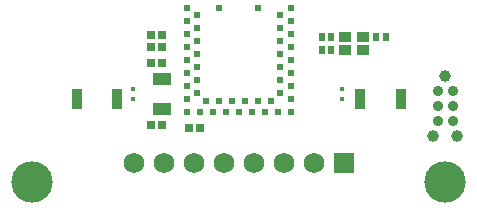
<source format=gts>
G04*
G04 #@! TF.GenerationSoftware,Altium Limited,Altium Designer,21.6.4 (81)*
G04*
G04 Layer_Color=8388736*
%FSLAX44Y44*%
%MOMM*%
G71*
G04*
G04 #@! TF.SameCoordinates,9C7C5B9B-610B-4B87-8B93-73775DEEA3A0*
G04*
G04*
G04 #@! TF.FilePolarity,Negative*
G04*
G01*
G75*
%ADD22R,1.6500X1.1000*%
%ADD23C,0.8900*%
%ADD24R,0.4500X0.4600*%
%ADD25R,0.6200X0.6500*%
%ADD26R,0.7200X0.7200*%
%ADD27R,0.5900X0.5900*%
%ADD28R,0.9000X1.8000*%
%ADD29R,1.1000X0.9000*%
%ADD30C,1.0000*%
%ADD31C,3.5000*%
%ADD32C,1.7500*%
%ADD33R,1.7500X1.7500*%
D22*
X135000Y112750D02*
D03*
Y86750D02*
D03*
D23*
X381250Y77250D02*
D03*
X368550D02*
D03*
X381250Y89950D02*
D03*
X368550D02*
D03*
X381250Y102650D02*
D03*
X368550D02*
D03*
D24*
X287250Y95500D02*
D03*
Y103900D02*
D03*
X110500Y103950D02*
D03*
Y95550D02*
D03*
D25*
X270500Y148000D02*
D03*
X278500D02*
D03*
X316500D02*
D03*
X324500D02*
D03*
X278500Y137000D02*
D03*
X270500D02*
D03*
D26*
X158000Y71000D02*
D03*
X167000D02*
D03*
X126000Y125750D02*
D03*
X135000D02*
D03*
X126000Y73500D02*
D03*
X135000D02*
D03*
X126000Y150000D02*
D03*
X135000D02*
D03*
X126000Y139500D02*
D03*
X135000D02*
D03*
D27*
X183500Y172500D02*
D03*
X216500D02*
D03*
X165000Y101000D02*
D03*
Y112000D02*
D03*
Y123000D02*
D03*
Y134000D02*
D03*
Y145000D02*
D03*
Y156000D02*
D03*
X156000Y95500D02*
D03*
Y106500D02*
D03*
Y117500D02*
D03*
Y128500D02*
D03*
Y139500D02*
D03*
Y150500D02*
D03*
Y161500D02*
D03*
X165000Y167000D02*
D03*
X156000Y172500D02*
D03*
Y84500D02*
D03*
X167000D02*
D03*
X178000D02*
D03*
X189000D02*
D03*
X200000D02*
D03*
X211000D02*
D03*
X222000D02*
D03*
X233000D02*
D03*
X244000D02*
D03*
X172500Y93500D02*
D03*
X183500D02*
D03*
X194500D02*
D03*
X205500D02*
D03*
X216500D02*
D03*
X227500D02*
D03*
X244000Y95500D02*
D03*
Y106500D02*
D03*
Y117500D02*
D03*
Y128500D02*
D03*
Y139500D02*
D03*
Y150500D02*
D03*
Y161500D02*
D03*
Y172500D02*
D03*
X235000Y101000D02*
D03*
Y112000D02*
D03*
Y123000D02*
D03*
Y134000D02*
D03*
Y145000D02*
D03*
Y156000D02*
D03*
Y167000D02*
D03*
D28*
X337000Y95500D02*
D03*
X303000D02*
D03*
X97000D02*
D03*
X63000D02*
D03*
D29*
X305000Y137000D02*
D03*
X290000D02*
D03*
Y148000D02*
D03*
X305000D02*
D03*
D30*
X364740Y64550D02*
D03*
X385060D02*
D03*
X374900Y115350D02*
D03*
D31*
X25000Y25000D02*
D03*
X375000D02*
D03*
D32*
X111100Y41700D02*
D03*
X136500D02*
D03*
X238100D02*
D03*
X263500D02*
D03*
X212700D02*
D03*
X187300D02*
D03*
X161900D02*
D03*
D33*
X288900D02*
D03*
M02*

</source>
